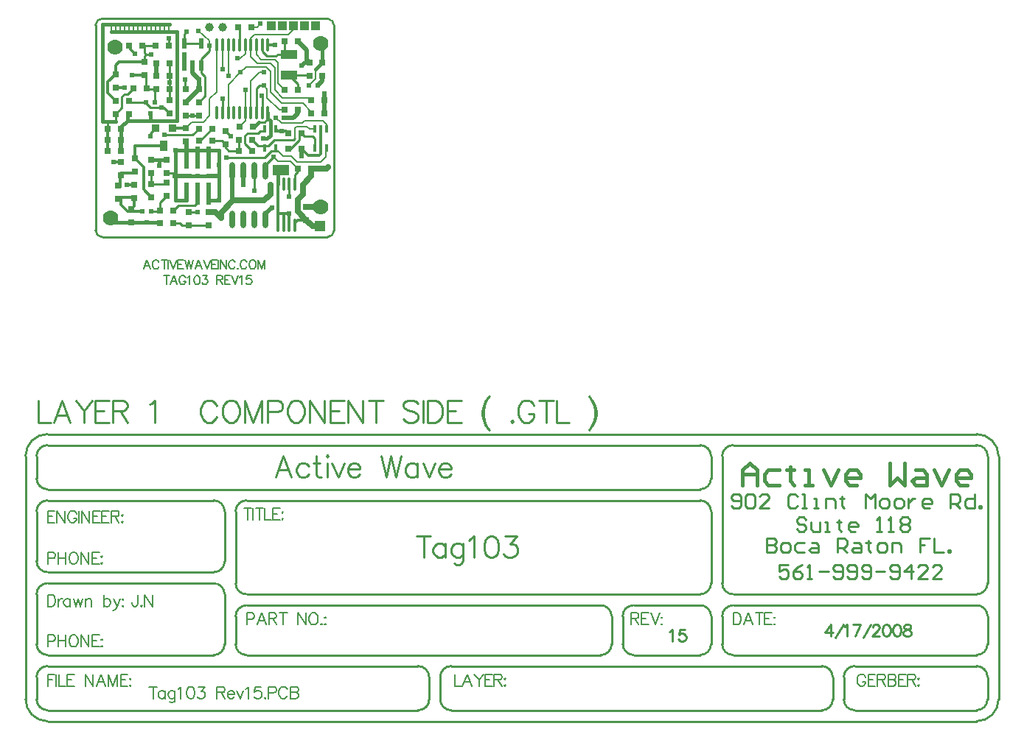
<source format=gtl>
%FSLAX23Y23*%
%MOIN*%
G70*
G01*
G75*
G04 Layer_Physical_Order=1*
G04 Layer_Color=255*
%ADD10R,0.024X0.024*%
%ADD11R,0.014X0.035*%
%ADD12R,0.014X0.035*%
%ADD13R,0.030X0.030*%
%ADD14R,0.030X0.030*%
%ADD15R,0.025X0.030*%
%ADD16R,0.074X0.045*%
%ADD17R,0.020X0.050*%
%ADD18O,0.016X0.060*%
%ADD19O,0.016X0.060*%
%ADD20R,0.024X0.100*%
%ADD21R,0.024X0.090*%
%ADD22R,0.070X0.024*%
%ADD23R,0.090X0.024*%
%ADD24R,0.075X0.043*%
%ADD25R,0.036X0.050*%
%ADD26R,0.036X0.036*%
%ADD27O,0.024X0.080*%
%ADD28C,0.010*%
%ADD29C,0.008*%
%ADD30C,0.020*%
%ADD31C,0.025*%
%ADD32C,0.012*%
%ADD33C,0.015*%
%ADD34C,0.016*%
%ADD35C,0.014*%
%ADD36C,0.026*%
%ADD37C,0.006*%
%ADD38C,0.005*%
%ADD39C,0.009*%
%ADD40C,0.039*%
%ADD41C,0.070*%
%ADD42R,0.050X0.050*%
%ADD43R,0.039X0.043*%
%ADD44C,0.024*%
D10*
X145Y32D02*
D03*
X184D02*
D03*
X165Y-19D02*
D03*
X200Y524D02*
D03*
X181Y473D02*
D03*
X161Y524D02*
D03*
D11*
X976Y403D02*
D03*
D12*
X976Y317D02*
D03*
X924D02*
D03*
X950Y403D02*
D03*
X924D02*
D03*
X723D02*
D03*
X697D02*
D03*
Y317D02*
D03*
X749D02*
D03*
Y403D02*
D03*
D13*
X400Y585D02*
D03*
X340D02*
D03*
X644Y414D02*
D03*
X584D02*
D03*
X864Y384D02*
D03*
X804D02*
D03*
Y314D02*
D03*
X864D02*
D03*
X85Y780D02*
D03*
X145D02*
D03*
X639Y864D02*
D03*
X789Y799D02*
D03*
X849D02*
D03*
X789Y579D02*
D03*
X849D02*
D03*
X640Y355D02*
D03*
X580D02*
D03*
Y305D02*
D03*
X640D02*
D03*
X400Y350D02*
D03*
X460D02*
D03*
Y405D02*
D03*
X400D02*
D03*
X909Y224D02*
D03*
X849D02*
D03*
X48Y354D02*
D03*
Y304D02*
D03*
Y403D02*
D03*
X266Y702D02*
D03*
Y644D02*
D03*
Y584D02*
D03*
X-12Y403D02*
D03*
Y354D02*
D03*
Y304D02*
D03*
X104Y587D02*
D03*
X205Y780D02*
D03*
X164Y587D02*
D03*
X206Y584D02*
D03*
Y702D02*
D03*
Y644D02*
D03*
X283Y33D02*
D03*
X223D02*
D03*
X284Y-24D02*
D03*
X579Y864D02*
D03*
X265Y780D02*
D03*
X909Y534D02*
D03*
X224Y-24D02*
D03*
X969Y534D02*
D03*
Y474D02*
D03*
X909D02*
D03*
D14*
X400Y525D02*
D03*
Y465D02*
D03*
X900Y645D02*
D03*
Y705D02*
D03*
X340Y465D02*
D03*
Y525D02*
D03*
X520Y335D02*
D03*
Y395D02*
D03*
X23Y591D02*
D03*
Y651D02*
D03*
X109Y90D02*
D03*
Y150D02*
D03*
X83Y531D02*
D03*
X266Y474D02*
D03*
X83Y471D02*
D03*
X266Y534D02*
D03*
X23Y471D02*
D03*
Y531D02*
D03*
X153Y706D02*
D03*
Y646D02*
D03*
X885Y52D02*
D03*
X255Y205D02*
D03*
X354Y26D02*
D03*
X959Y645D02*
D03*
X340Y347D02*
D03*
X48Y254D02*
D03*
X95Y40D02*
D03*
X35Y86D02*
D03*
X110Y210D02*
D03*
X35Y146D02*
D03*
X48Y194D02*
D03*
X254Y100D02*
D03*
X354Y-34D02*
D03*
X444D02*
D03*
X110Y270D02*
D03*
X185Y94D02*
D03*
Y205D02*
D03*
Y154D02*
D03*
X254Y160D02*
D03*
X340Y407D02*
D03*
X959Y705D02*
D03*
X255Y265D02*
D03*
X885Y-8D02*
D03*
X95Y-20D02*
D03*
X444Y26D02*
D03*
X185Y265D02*
D03*
D15*
X849Y489D02*
D03*
X789D02*
D03*
D16*
X770Y217D02*
D03*
D17*
X335Y690D02*
D03*
Y790D02*
D03*
X410D02*
D03*
X372Y690D02*
D03*
X410D02*
D03*
D18*
X712Y478D02*
D03*
X558Y785D02*
D03*
X661D02*
D03*
X584Y478D02*
D03*
X610D02*
D03*
X558D02*
D03*
X635Y785D02*
D03*
X661Y478D02*
D03*
X686D02*
D03*
X712Y785D02*
D03*
X482D02*
D03*
X507Y478D02*
D03*
X610Y785D02*
D03*
X584D02*
D03*
X686D02*
D03*
X533D02*
D03*
X507D02*
D03*
X482Y478D02*
D03*
X635D02*
D03*
X533D02*
D03*
D19*
X758Y153D02*
D03*
X784Y-34D02*
D03*
X809D02*
D03*
X758D02*
D03*
X835Y153D02*
D03*
X809D02*
D03*
X835Y-34D02*
D03*
X784Y153D02*
D03*
D20*
X395Y111D02*
D03*
X445D02*
D03*
X444Y274D02*
D03*
X395Y273D02*
D03*
X345D02*
D03*
D21*
Y116D02*
D03*
D22*
X467Y189D02*
D03*
D23*
X325Y189D02*
D03*
D24*
X809Y647D02*
D03*
Y741D02*
D03*
D25*
X242Y327D02*
D03*
D26*
X205Y407D02*
D03*
X280D02*
D03*
D27*
X702Y-6D02*
D03*
X602Y214D02*
D03*
X702D02*
D03*
X652D02*
D03*
X552D02*
D03*
X652Y-6D02*
D03*
X602D02*
D03*
X552D02*
D03*
D28*
X789Y761D02*
X809Y741D01*
X924Y327D02*
Y359D01*
X879Y369D02*
X914D01*
X864Y384D02*
X879Y369D01*
X914D02*
X924Y359D01*
X706Y734D02*
X749D01*
X686Y754D02*
X706Y734D01*
X749D02*
X756Y741D01*
X809D01*
X584Y785D02*
Y859D01*
X579Y864D02*
X584Y859D01*
X255Y205D02*
X293D01*
X686Y478D02*
Y552D01*
X684Y554D02*
X686Y552D01*
X661Y478D02*
Y586D01*
X674Y599D02*
X694D01*
X661Y586D02*
X674Y599D01*
X265Y780D02*
Y812D01*
X400Y525D02*
X428Y553D01*
X520Y393D02*
X544Y369D01*
X520Y393D02*
Y395D01*
X789Y761D02*
Y799D01*
X809Y647D02*
X849Y607D01*
Y579D02*
Y607D01*
X809Y647D02*
X898D01*
X697Y435D02*
X712Y450D01*
X670Y435D02*
X697D01*
X335Y790D02*
X410D01*
X505Y350D02*
X520Y335D01*
X460Y350D02*
X505D01*
X507Y478D02*
Y541D01*
X620Y384D02*
X667D01*
X676Y393D01*
X697Y403D02*
X697Y403D01*
X697Y393D02*
Y403D01*
X676Y393D02*
X697D01*
X609Y373D02*
X620Y384D01*
X609Y336D02*
Y373D01*
X804Y314D02*
X815D01*
X740Y353D02*
X828D01*
X835Y360D01*
X924Y404D02*
X924Y403D01*
X714Y327D02*
X740Y353D01*
X697Y273D02*
X729Y305D01*
X652Y123D02*
X652Y214D01*
X640Y355D02*
X668Y327D01*
X609Y336D02*
X640Y305D01*
X702Y214D02*
Y239D01*
X580Y305D02*
Y355D01*
X534Y305D02*
X580D01*
X520Y319D02*
X534Y305D01*
X520Y319D02*
Y335D01*
X243Y377D02*
X244Y376D01*
X371D01*
X400Y405D01*
X405Y350D02*
X460Y405D01*
X400Y350D02*
X405D01*
X90Y524D02*
X161D01*
X83Y531D02*
X90Y524D01*
X336Y589D02*
Y627D01*
Y589D02*
X340Y585D01*
X23Y438D02*
Y471D01*
X104Y586D02*
Y587D01*
X83Y772D02*
X110Y745D01*
X145Y780D02*
X153Y773D01*
Y646D02*
X161Y638D01*
Y590D02*
Y638D01*
X167Y584D02*
X206D01*
X200Y578D02*
X206Y584D01*
X200Y524D02*
Y578D01*
X161Y519D02*
X181Y499D01*
X241D02*
X266Y474D01*
X161Y519D02*
Y524D01*
X181Y383D02*
X205Y407D01*
X181Y369D02*
Y383D01*
X354Y26D02*
X394D01*
X314Y-24D02*
X324Y-34D01*
X284Y-24D02*
X314D01*
X219Y-19D02*
X224Y-24D01*
X809Y96D02*
Y153D01*
X255Y265D02*
X255Y265D01*
X185Y154D02*
Y205D01*
X248Y154D02*
X254Y160D01*
X185Y154D02*
X248D01*
X223Y69D02*
X254Y100D01*
X395Y72D02*
Y91D01*
X380Y57D02*
X395Y72D01*
X307Y57D02*
X380D01*
X283Y33D02*
X307Y57D01*
X23Y471D02*
X51Y499D01*
Y549D01*
X63Y561D01*
X78D01*
X104Y587D01*
X153Y751D02*
Y773D01*
Y734D02*
X162Y742D01*
X153Y751D02*
X162Y742D01*
X153Y706D02*
Y734D01*
X145Y780D02*
X205D01*
X162Y742D02*
X184D01*
X185Y741D01*
X686Y754D02*
Y785D01*
X524Y273D02*
X697D01*
X702Y239D02*
X739Y276D01*
X410Y658D02*
X428Y640D01*
Y553D02*
Y640D01*
X924Y317D02*
Y327D01*
X854Y374D02*
X864Y384D01*
X854Y353D02*
Y374D01*
X815Y314D02*
X854Y353D01*
X449Y758D02*
Y779D01*
X410Y719D02*
X449Y758D01*
X335Y790D02*
Y834D01*
X345Y845D01*
X835Y196D02*
X849Y210D01*
Y224D01*
X835Y152D02*
Y153D01*
Y196D01*
X324Y-34D02*
X354D01*
X444D01*
X184Y32D02*
X223D01*
Y33D01*
Y69D01*
X293Y205D02*
X295Y207D01*
X83Y772D02*
Y780D01*
Y783D01*
X784Y21D02*
X784Y21D01*
X164Y587D02*
X167Y584D01*
X161Y590D02*
X164Y587D01*
X-12Y386D02*
Y403D01*
Y438D01*
X266Y534D02*
Y584D01*
Y613D01*
Y644D01*
Y702D01*
X181Y499D02*
X232D01*
X241D01*
X410Y658D02*
Y690D01*
Y719D01*
X340Y465D02*
X370D01*
X400D01*
X729Y305D02*
X749D01*
X757D01*
X668Y327D02*
X697D01*
X714D01*
X-325Y-825D02*
Y-925D01*
X-268D01*
X-181D02*
X-219Y-825D01*
X-257Y-925D01*
X-243Y-892D02*
X-195D01*
X-157Y-825D02*
X-119Y-873D01*
Y-925D01*
X-81Y-825D02*
X-119Y-873D01*
X-6Y-825D02*
X-68D01*
Y-925D01*
X-6D01*
X-68Y-873D02*
X-30D01*
X10Y-825D02*
Y-925D01*
Y-825D02*
X53D01*
X67Y-830D01*
X72Y-835D01*
X77Y-844D01*
Y-854D01*
X72Y-863D01*
X67Y-868D01*
X53Y-873D01*
X10D01*
X43D02*
X77Y-925D01*
X178Y-844D02*
X187Y-839D01*
X202Y-825D01*
Y-925D01*
X480Y-849D02*
X475Y-839D01*
X465Y-830D01*
X456Y-825D01*
X437D01*
X427Y-830D01*
X418Y-839D01*
X413Y-849D01*
X408Y-863D01*
Y-887D01*
X413Y-901D01*
X418Y-911D01*
X427Y-920D01*
X437Y-925D01*
X456D01*
X465Y-920D01*
X475Y-911D01*
X480Y-901D01*
X536Y-825D02*
X527Y-830D01*
X517Y-839D01*
X512Y-849D01*
X508Y-863D01*
Y-887D01*
X512Y-901D01*
X517Y-911D01*
X527Y-920D01*
X536Y-925D01*
X555D01*
X565Y-920D01*
X574Y-911D01*
X579Y-901D01*
X584Y-887D01*
Y-863D01*
X579Y-849D01*
X574Y-839D01*
X565Y-830D01*
X555Y-825D01*
X536D01*
X607D02*
Y-925D01*
Y-825D02*
X645Y-925D01*
X683Y-825D02*
X645Y-925D01*
X683Y-825D02*
Y-925D01*
X712Y-877D02*
X755D01*
X769Y-873D01*
X774Y-868D01*
X779Y-858D01*
Y-844D01*
X774Y-835D01*
X769Y-830D01*
X755Y-825D01*
X712D01*
Y-925D01*
X830Y-825D02*
X820Y-830D01*
X810Y-839D01*
X806Y-849D01*
X801Y-863D01*
Y-887D01*
X806Y-901D01*
X810Y-911D01*
X820Y-920D01*
X830Y-925D01*
X849D01*
X858Y-920D01*
X868Y-911D01*
X872Y-901D01*
X877Y-887D01*
Y-863D01*
X872Y-849D01*
X868Y-839D01*
X858Y-830D01*
X849Y-825D01*
X830D01*
X900D02*
Y-925D01*
Y-825D02*
X967Y-925D01*
Y-825D02*
Y-925D01*
X1057Y-825D02*
X995D01*
Y-925D01*
X1057D01*
X995Y-873D02*
X1033D01*
X1073Y-825D02*
Y-925D01*
Y-825D02*
X1140Y-925D01*
Y-825D02*
Y-925D01*
X1201Y-825D02*
Y-925D01*
X1168Y-825D02*
X1234D01*
X1391Y-839D02*
X1382Y-830D01*
X1367Y-825D01*
X1348D01*
X1334Y-830D01*
X1325Y-839D01*
Y-849D01*
X1329Y-858D01*
X1334Y-863D01*
X1344Y-868D01*
X1372Y-877D01*
X1382Y-882D01*
X1387Y-887D01*
X1391Y-896D01*
Y-911D01*
X1382Y-920D01*
X1367Y-925D01*
X1348D01*
X1334Y-920D01*
X1325Y-911D01*
X1414Y-825D02*
Y-925D01*
X1435Y-825D02*
Y-925D01*
Y-825D02*
X1468D01*
X1482Y-830D01*
X1492Y-839D01*
X1497Y-849D01*
X1501Y-863D01*
Y-887D01*
X1497Y-901D01*
X1492Y-911D01*
X1482Y-920D01*
X1468Y-925D01*
X1435D01*
X1586Y-825D02*
X1524D01*
Y-925D01*
X1586D01*
X1524Y-873D02*
X1562D01*
X1714Y-806D02*
X1705Y-816D01*
X1695Y-830D01*
X1686Y-849D01*
X1681Y-873D01*
Y-892D01*
X1686Y-915D01*
X1695Y-935D01*
X1705Y-949D01*
X1714Y-958D01*
X1705Y-816D02*
X1695Y-835D01*
X1690Y-849D01*
X1686Y-873D01*
Y-892D01*
X1690Y-915D01*
X1695Y-930D01*
X1705Y-949D01*
X1816Y-915D02*
X1812Y-920D01*
X1816Y-925D01*
X1821Y-920D01*
X1816Y-915D01*
X1915Y-849D02*
X1910Y-839D01*
X1900Y-830D01*
X1891Y-825D01*
X1872D01*
X1862Y-830D01*
X1853Y-839D01*
X1848Y-849D01*
X1843Y-863D01*
Y-887D01*
X1848Y-901D01*
X1853Y-911D01*
X1862Y-920D01*
X1872Y-925D01*
X1891D01*
X1900Y-920D01*
X1910Y-911D01*
X1915Y-901D01*
Y-887D01*
X1891D02*
X1915D01*
X1971Y-825D02*
Y-925D01*
X1937Y-825D02*
X2004D01*
X2016D02*
Y-925D01*
X2073D01*
X2163Y-806D02*
X2172Y-816D01*
X2182Y-830D01*
X2191Y-849D01*
X2196Y-873D01*
Y-892D01*
X2191Y-915D01*
X2182Y-935D01*
X2172Y-949D01*
X2163Y-958D01*
X2172Y-816D02*
X2182Y-835D01*
X2186Y-849D01*
X2191Y-873D01*
Y-892D01*
X2186Y-915D01*
X2182Y-930D01*
X2172Y-949D01*
X-37Y903D02*
G03*
X-67Y873I0J-30D01*
G01*
X1011D02*
G03*
X981Y903I-30J0D01*
G01*
Y-86D02*
G03*
X1011Y-56I0J30D01*
G01*
X-67D02*
G03*
X-37Y-86I30J0D01*
G01*
X-67Y-56D02*
Y873D01*
X-37Y903D02*
X981D01*
X1011Y-56D02*
Y873D01*
X-37Y-86D02*
X981D01*
X3966Y-1802D02*
G03*
X3917Y-1753I-49J0D01*
G01*
X2816D02*
G03*
X2766Y-1803I0J-50D01*
G01*
X3916Y-1703D02*
G03*
X3966Y-1653I0J50D01*
G01*
X2766D02*
G03*
X2816Y-1703I50J0D01*
G01*
X-284Y-978D02*
G03*
X-384Y-1078I0J-100D01*
G01*
Y-2177D02*
G03*
X-285Y-2278I101J0D01*
G01*
X3916Y-2278D02*
G03*
X4016Y-2178I0J100D01*
G01*
Y-1078D02*
G03*
X3916Y-978I-100J0D01*
G01*
X3966Y-1077D02*
G03*
X3915Y-1028I-49J0D01*
G01*
X3916Y-1978D02*
G03*
X3966Y-1928I0J50D01*
G01*
X3966Y-2077D02*
G03*
X3916Y-2028I-50J-1D01*
G01*
Y-2228D02*
G03*
X3966Y-2178I0J50D01*
G01*
X2666Y-1978D02*
G03*
X2716Y-1928I0J50D01*
G01*
X2766Y-1929D02*
G03*
X2816Y-1978I49J0D01*
G01*
X2716Y-1802D02*
G03*
X2667Y-1753I-49J0D01*
G01*
X-334Y-2178D02*
G03*
X-285Y-2228I50J0D01*
G01*
X2667Y-1703D02*
G03*
X2716Y-1653I-1J50D01*
G01*
X-284Y-2028D02*
G03*
X-334Y-2078I0J-50D01*
G01*
X2716Y-1328D02*
G03*
X2666Y-1278I-50J0D01*
G01*
Y-1228D02*
G03*
X2716Y-1178I0J50D01*
G01*
X2816Y-1028D02*
G03*
X2766Y-1078I0J-50D01*
G01*
X2716D02*
G03*
X2666Y-1028I-50J0D01*
G01*
X-284D02*
G03*
X-334Y-1078I0J-50D01*
G01*
Y-1178D02*
G03*
X-284Y-1228I50J0D01*
G01*
Y-1278D02*
G03*
X-334Y-1328I0J-50D01*
G01*
Y-1553D02*
G03*
X-284Y-1603I50J0D01*
G01*
Y-1653D02*
G03*
X-334Y-1703I0J-50D01*
G01*
Y-1928D02*
G03*
X-285Y-1978I50J0D01*
G01*
X616Y-1278D02*
G03*
X566Y-1328I0J-50D01*
G01*
X616Y-1753D02*
G03*
X566Y-1803I0J-50D01*
G01*
X2364Y-1753D02*
G03*
X2316Y-1804I0J-48D01*
G01*
X2316Y-1927D02*
G03*
X2366Y-1978I51J0D01*
G01*
X2217Y-1978D02*
G03*
X2266Y-1928I0J49D01*
G01*
X2266Y-1802D02*
G03*
X2217Y-1753I-49J0D01*
G01*
X467Y-1978D02*
G03*
X516Y-1929I0J49D01*
G01*
X566D02*
G03*
X615Y-1978I49J0D01*
G01*
X566Y-1654D02*
G03*
X615Y-1703I49J0D01*
G01*
X516Y-1702D02*
G03*
X465Y-1653I-49J0D01*
G01*
X468Y-1603D02*
G03*
X516Y-1555I0J48D01*
G01*
Y-1327D02*
G03*
X467Y-1278I-49J0D01*
G01*
X3366Y-2028D02*
G03*
X3316Y-2078I0J-50D01*
G01*
Y-2179D02*
G03*
X3366Y-2228I49J0D01*
G01*
X3217Y-2228D02*
G03*
X3266Y-2179I1J48D01*
G01*
X3266Y-2078D02*
G03*
X3216Y-2028I-50J0D01*
G01*
X1491Y-2178D02*
G03*
X1540Y-2228I50J0D01*
G01*
X1541Y-2028D02*
G03*
X1491Y-2078I0J-50D01*
G01*
X1392Y-2228D02*
G03*
X1441Y-2179I1J48D01*
G01*
X1441Y-2078D02*
G03*
X1391Y-2028I-50J0D01*
G01*
X3966Y-1928D02*
Y-1802D01*
X2766Y-1928D02*
Y-1803D01*
X3966Y-1653D02*
Y-1078D01*
X2766Y-1653D02*
Y-1078D01*
X-384Y-2178D02*
Y-1078D01*
X-334Y-2178D02*
Y-2078D01*
X3966Y-2178D02*
Y-2078D01*
X2716Y-1928D02*
Y-1803D01*
X2316Y-1928D02*
Y-1803D01*
X566Y-1928D02*
Y-1803D01*
X2266Y-1928D02*
Y-1803D01*
X566Y-1653D02*
Y-1328D01*
X2716Y-1653D02*
Y-1328D01*
Y-1178D02*
Y-1078D01*
X-334Y-1178D02*
Y-1078D01*
X516Y-1553D02*
Y-1328D01*
X-334Y-1553D02*
Y-1328D01*
X516Y-1928D02*
Y-1703D01*
X-334Y-1928D02*
Y-1703D01*
X4016Y-2178D02*
Y-1078D01*
X3316Y-2178D02*
Y-2078D01*
X3266Y-2178D02*
Y-2078D01*
X1491Y-2178D02*
Y-2078D01*
X1441Y-2178D02*
Y-2078D01*
X2816Y-1753D02*
X3916D01*
X2816Y-1703D02*
X3916D01*
X616D02*
X2666D01*
X2816Y-1028D02*
X3916D01*
X2816Y-1978D02*
X3916D01*
X2366Y-1753D02*
X2666D01*
X2366Y-1978D02*
X2666D01*
X616D02*
X2216D01*
X616Y-1753D02*
X2216D01*
X616Y-1278D02*
X2666D01*
X-284Y-1228D02*
X2666D01*
X-284Y-1278D02*
X466D01*
X-284Y-1603D02*
X466D01*
X-284Y-1653D02*
X466D01*
X-284Y-1978D02*
X466D01*
X-284Y-978D02*
X3916D01*
X-284Y-2278D02*
X3916D01*
X-284Y-1028D02*
X2666D01*
X3366Y-2028D02*
X3916D01*
X3366Y-2228D02*
X3916D01*
X1541Y-2028D02*
X3216D01*
X-284D02*
X1391D01*
X-284Y-2228D02*
X1391D01*
X1541D02*
X3216D01*
X3145Y-1365D02*
X3135Y-1354D01*
X3113D01*
X3103Y-1365D01*
Y-1375D01*
X3113Y-1386D01*
X3135D01*
X3145Y-1397D01*
Y-1407D01*
X3135Y-1418D01*
X3113D01*
X3103Y-1407D01*
X3167Y-1375D02*
Y-1407D01*
X3177Y-1418D01*
X3209D01*
Y-1375D01*
X3230Y-1418D02*
X3252D01*
X3241D01*
Y-1375D01*
X3230D01*
X3294Y-1365D02*
Y-1375D01*
X3284D01*
X3305D01*
X3294D01*
Y-1407D01*
X3305Y-1418D01*
X3369D02*
X3348D01*
X3337Y-1407D01*
Y-1386D01*
X3348Y-1375D01*
X3369D01*
X3380Y-1386D01*
Y-1397D01*
X3337D01*
X3465Y-1418D02*
X3486D01*
X3476D01*
Y-1354D01*
X3465Y-1365D01*
X3518Y-1418D02*
X3540D01*
X3529D01*
Y-1354D01*
X3518Y-1365D01*
X3572D02*
X3582Y-1354D01*
X3604D01*
X3614Y-1365D01*
Y-1375D01*
X3604Y-1386D01*
X3614Y-1397D01*
Y-1407D01*
X3604Y-1418D01*
X3582D01*
X3572Y-1407D01*
Y-1397D01*
X3582Y-1386D01*
X3572Y-1375D01*
Y-1365D01*
X3582Y-1386D02*
X3604D01*
X3065Y-1569D02*
X3023D01*
Y-1601D01*
X3044Y-1590D01*
X3055D01*
X3065Y-1601D01*
Y-1622D01*
X3055Y-1633D01*
X3033D01*
X3023Y-1622D01*
X3129Y-1569D02*
X3108Y-1580D01*
X3087Y-1601D01*
Y-1622D01*
X3097Y-1633D01*
X3118D01*
X3129Y-1622D01*
Y-1612D01*
X3118Y-1601D01*
X3087D01*
X3150Y-1633D02*
X3172D01*
X3161D01*
Y-1569D01*
X3150Y-1580D01*
X3204Y-1601D02*
X3246D01*
X3268Y-1622D02*
X3278Y-1633D01*
X3300D01*
X3310Y-1622D01*
Y-1580D01*
X3300Y-1569D01*
X3278D01*
X3268Y-1580D01*
Y-1590D01*
X3278Y-1601D01*
X3310D01*
X3332Y-1622D02*
X3342Y-1633D01*
X3364D01*
X3374Y-1622D01*
Y-1580D01*
X3364Y-1569D01*
X3342D01*
X3332Y-1580D01*
Y-1590D01*
X3342Y-1601D01*
X3374D01*
X3396Y-1622D02*
X3406Y-1633D01*
X3428D01*
X3438Y-1622D01*
Y-1580D01*
X3428Y-1569D01*
X3406D01*
X3396Y-1580D01*
Y-1590D01*
X3406Y-1601D01*
X3438D01*
X3460D02*
X3502D01*
X3524Y-1622D02*
X3534Y-1633D01*
X3556D01*
X3566Y-1622D01*
Y-1580D01*
X3556Y-1569D01*
X3534D01*
X3524Y-1580D01*
Y-1590D01*
X3534Y-1601D01*
X3566D01*
X3620Y-1633D02*
Y-1569D01*
X3588Y-1601D01*
X3630D01*
X3694Y-1633D02*
X3652D01*
X3694Y-1590D01*
Y-1580D01*
X3684Y-1569D01*
X3662D01*
X3652Y-1580D01*
X3758Y-1633D02*
X3716D01*
X3758Y-1590D01*
Y-1580D01*
X3748Y-1569D01*
X3726D01*
X3716Y-1580D01*
X2808Y-1302D02*
X2818Y-1313D01*
X2840D01*
X2850Y-1302D01*
Y-1260D01*
X2840Y-1249D01*
X2818D01*
X2808Y-1260D01*
Y-1270D01*
X2818Y-1281D01*
X2850D01*
X2872Y-1260D02*
X2882Y-1249D01*
X2903D01*
X2914Y-1260D01*
Y-1302D01*
X2903Y-1313D01*
X2882D01*
X2872Y-1302D01*
Y-1260D01*
X2978Y-1313D02*
X2935D01*
X2978Y-1270D01*
Y-1260D01*
X2967Y-1249D01*
X2946D01*
X2935Y-1260D01*
X3106D02*
X3095Y-1249D01*
X3074D01*
X3063Y-1260D01*
Y-1302D01*
X3074Y-1313D01*
X3095D01*
X3106Y-1302D01*
X3127Y-1313D02*
X3149D01*
X3138D01*
Y-1249D01*
X3127D01*
X3181Y-1313D02*
X3202D01*
X3191D01*
Y-1270D01*
X3181D01*
X3234Y-1313D02*
Y-1270D01*
X3266D01*
X3277Y-1281D01*
Y-1313D01*
X3309Y-1260D02*
Y-1270D01*
X3298D01*
X3319D01*
X3309D01*
Y-1302D01*
X3319Y-1313D01*
X3415D02*
Y-1249D01*
X3437Y-1270D01*
X3458Y-1249D01*
Y-1313D01*
X3490D02*
X3511D01*
X3522Y-1302D01*
Y-1281D01*
X3511Y-1270D01*
X3490D01*
X3479Y-1281D01*
Y-1302D01*
X3490Y-1313D01*
X3554D02*
X3575D01*
X3586Y-1302D01*
Y-1281D01*
X3575Y-1270D01*
X3554D01*
X3543Y-1281D01*
Y-1302D01*
X3554Y-1313D01*
X3607Y-1270D02*
Y-1313D01*
Y-1292D01*
X3618Y-1281D01*
X3629Y-1270D01*
X3639D01*
X3703Y-1313D02*
X3682D01*
X3671Y-1302D01*
Y-1281D01*
X3682Y-1270D01*
X3703D01*
X3714Y-1281D01*
Y-1292D01*
X3671D01*
X3799Y-1313D02*
Y-1249D01*
X3831D01*
X3842Y-1260D01*
Y-1281D01*
X3831Y-1292D01*
X3799D01*
X3821D02*
X3842Y-1313D01*
X3906Y-1249D02*
Y-1313D01*
X3874D01*
X3863Y-1302D01*
Y-1281D01*
X3874Y-1270D01*
X3906D01*
X3927Y-1313D02*
Y-1302D01*
X3938D01*
Y-1313D01*
X3927D01*
X2968Y-1449D02*
Y-1513D01*
X3000D01*
X3010Y-1502D01*
Y-1492D01*
X3000Y-1481D01*
X2968D01*
X3000D01*
X3010Y-1470D01*
Y-1460D01*
X3000Y-1449D01*
X2968D01*
X3042Y-1513D02*
X3063D01*
X3074Y-1502D01*
Y-1481D01*
X3063Y-1470D01*
X3042D01*
X3032Y-1481D01*
Y-1502D01*
X3042Y-1513D01*
X3138Y-1470D02*
X3106D01*
X3095Y-1481D01*
Y-1502D01*
X3106Y-1513D01*
X3138D01*
X3170Y-1470D02*
X3191D01*
X3202Y-1481D01*
Y-1513D01*
X3170D01*
X3159Y-1502D01*
X3170Y-1492D01*
X3202D01*
X3287Y-1513D02*
Y-1449D01*
X3319D01*
X3330Y-1460D01*
Y-1481D01*
X3319Y-1492D01*
X3287D01*
X3309D02*
X3330Y-1513D01*
X3362Y-1470D02*
X3383D01*
X3394Y-1481D01*
Y-1513D01*
X3362D01*
X3351Y-1502D01*
X3362Y-1492D01*
X3394D01*
X3426Y-1460D02*
Y-1470D01*
X3415D01*
X3437D01*
X3426D01*
Y-1502D01*
X3437Y-1513D01*
X3479D02*
X3501D01*
X3511Y-1502D01*
Y-1481D01*
X3501Y-1470D01*
X3479D01*
X3469Y-1481D01*
Y-1502D01*
X3479Y-1513D01*
X3533D02*
Y-1470D01*
X3565D01*
X3575Y-1481D01*
Y-1513D01*
X3703Y-1449D02*
X3661D01*
Y-1481D01*
X3682D01*
X3661D01*
Y-1513D01*
X3725Y-1449D02*
Y-1513D01*
X3767D01*
X3789D02*
Y-1502D01*
X3799D01*
Y-1513D01*
X3789D01*
D29*
X674Y659D02*
X694D01*
X635Y620D02*
X674Y659D01*
X635Y478D02*
Y620D01*
X533Y478D02*
Y604D01*
X613Y684D02*
X704D01*
X757Y258D02*
X815D01*
X849Y224D01*
X781Y280D02*
X819D01*
Y279D02*
X844Y254D01*
X974Y315D02*
X976Y317D01*
X974Y276D02*
Y315D01*
X952Y254D02*
X974Y276D01*
X804Y829D02*
X829Y854D01*
Y869D01*
X650Y829D02*
X804D01*
X635Y814D02*
X650Y829D01*
X574Y724D02*
X589D01*
X610Y745D01*
Y785D01*
X507Y676D02*
Y785D01*
Y676D02*
X509Y674D01*
X844Y254D02*
X952D01*
X724Y569D02*
Y664D01*
X704Y684D02*
X724Y664D01*
X724Y699D02*
X744Y679D01*
X635Y729D02*
X665Y699D01*
X665D02*
X724D01*
X759Y609D02*
Y704D01*
X682Y718D02*
X745D01*
X661Y739D02*
X682Y718D01*
X745D02*
X759Y704D01*
X661Y739D02*
Y785D01*
X709Y544D02*
X764Y489D01*
X789D01*
X899Y544D02*
X909Y534D01*
X779Y544D02*
X899D01*
X744Y579D02*
X779Y544D01*
X744Y579D02*
Y679D01*
X759Y609D02*
X789Y579D01*
X724Y569D02*
X774Y519D01*
X871D01*
X909Y481D01*
Y474D02*
Y481D01*
X879Y439D02*
X962D01*
X869Y429D02*
X879Y439D01*
X774Y429D02*
X869D01*
X639Y864D02*
X664D01*
X679Y879D01*
X584Y414D02*
X610Y440D01*
X749Y454D02*
X774Y429D01*
X694Y599D02*
X709Y584D01*
Y544D02*
Y584D01*
X482Y572D02*
Y785D01*
X449Y539D02*
X482Y572D01*
X449Y464D02*
Y539D01*
X899Y599D02*
X929Y629D01*
X420Y435D02*
X449Y464D01*
X841Y414D02*
X889D01*
X900Y403D01*
X924D01*
X962Y439D02*
X976Y425D01*
X340Y407D02*
X368Y435D01*
X420D01*
X835Y360D02*
Y408D01*
X841Y414D01*
X757Y305D02*
X781Y280D01*
X739Y276D02*
X757Y258D01*
X976Y403D02*
Y425D01*
X929Y629D02*
Y675D01*
X449Y779D02*
Y805D01*
X398Y846D02*
X449Y805D01*
X533Y645D02*
X534Y644D01*
X533Y645D02*
Y785D01*
X635Y729D02*
Y785D01*
Y814D01*
X610Y440D02*
Y478D01*
Y579D01*
X533Y604D02*
X588Y659D01*
X588Y660D01*
X613Y684D01*
X588Y659D02*
X589D01*
X124Y-1706D02*
Y-1747D01*
X122Y-1754D01*
X119Y-1757D01*
X114Y-1759D01*
X109D01*
X104Y-1757D01*
X101Y-1754D01*
X99Y-1747D01*
Y-1741D01*
X141Y-1754D02*
X138Y-1757D01*
X141Y-1759D01*
X143Y-1757D01*
X141Y-1754D01*
X155Y-1706D02*
Y-1759D01*
Y-1706D02*
X190Y-1759D01*
Y-1706D02*
Y-1759D01*
D30*
X864Y279D02*
Y314D01*
X829Y454D02*
X849Y474D01*
X784Y454D02*
X829D01*
X849Y474D02*
Y489D01*
X345Y82D02*
Y116D01*
X445Y82D02*
Y111D01*
X395Y273D02*
Y306D01*
X340Y347D02*
X345Y342D01*
X335Y690D02*
Y741D01*
X602Y152D02*
X602Y152D01*
Y214D01*
X702Y-6D02*
Y19D01*
X730Y47D01*
X864Y689D02*
X880Y705D01*
X900D01*
X889Y716D02*
Y759D01*
Y716D02*
X900Y705D01*
X849Y799D02*
X889Y759D01*
X937Y599D02*
X959Y621D01*
Y645D01*
X372Y656D02*
Y690D01*
X400Y585D02*
Y626D01*
X372Y656D02*
X401Y627D01*
X340Y525D02*
X400Y585D01*
X552Y81D02*
X554Y79D01*
X48Y304D02*
Y354D01*
X552Y81D02*
Y139D01*
Y214D01*
X969Y474D02*
Y534D01*
Y564D01*
X345Y273D02*
Y307D01*
Y342D01*
X444Y273D02*
Y274D01*
Y307D01*
X206Y644D02*
Y674D01*
Y702D01*
D31*
X872Y152D02*
X909Y189D01*
Y224D01*
X979D02*
X984Y229D01*
X909Y224D02*
X979D01*
X848Y29D02*
Y83D01*
X872Y107D01*
Y152D01*
X695Y79D02*
X724Y108D01*
Y152D01*
X913Y-36D02*
X948D01*
X444Y26D02*
X475D01*
X500Y1D01*
Y25D01*
X554Y79D01*
X695D01*
X885Y-8D02*
X913Y-36D01*
X848Y29D02*
X885Y-8D01*
D32*
X809Y-34D02*
Y21D01*
X784Y-34D02*
Y21D01*
X758Y-34D02*
Y21D01*
X847Y-8D02*
X885D01*
X835Y-20D02*
X847Y-8D01*
X835Y-34D02*
Y-20D01*
X749Y403D02*
X759Y393D01*
X795D02*
X804Y384D01*
X712Y785D02*
X743D01*
X943Y285D02*
X950Y292D01*
Y403D01*
X893Y285D02*
X943D01*
X758Y21D02*
Y153D01*
X864Y314D02*
X893Y285D01*
X95Y40D02*
X109Y54D01*
Y90D01*
X280Y407D02*
X340D01*
X47Y62D02*
X77Y32D01*
X104Y95D02*
X109Y90D01*
X47Y95D02*
X104D01*
X75Y150D02*
X109D01*
X104Y204D02*
X110Y210D01*
Y270D02*
X150Y230D01*
Y129D02*
Y230D01*
Y129D02*
X185Y94D01*
X110Y270D02*
Y327D01*
X242D01*
X759Y393D02*
X773D01*
X795D01*
X44Y139D02*
Y146D01*
Y194D01*
Y198D01*
X48Y204D02*
X104D01*
X77Y32D02*
X95D01*
X145D01*
X47Y62D02*
Y86D01*
Y95D01*
X13Y253D02*
X48D01*
X758Y21D02*
X784D01*
X809D01*
D33*
X650Y414D02*
X670Y435D01*
X644Y414D02*
X650D01*
X0Y0D02*
X19Y-19D01*
X712Y450D02*
X723Y439D01*
X712Y450D02*
Y478D01*
X400Y626D02*
X401Y627D01*
X959Y705D02*
Y779D01*
X690Y360D02*
X708D01*
X723Y375D01*
X929Y675D02*
X959Y705D01*
X185Y265D02*
X220D01*
X255D01*
X220Y236D02*
Y265D01*
X19Y-19D02*
X95D01*
X165D01*
X219D01*
X950Y789D02*
X959Y779D01*
X949Y789D02*
X950Y789D01*
X295Y82D02*
X345D01*
X295D02*
Y189D01*
Y207D01*
Y307D01*
X313Y189D02*
X325D01*
X395D01*
X467D01*
X475D01*
X445Y82D02*
X490D01*
Y189D01*
Y240D01*
Y307D01*
X295D02*
X345D01*
X395D01*
X444D01*
X490D01*
X723Y375D02*
Y403D01*
Y439D01*
X2858Y-1208D02*
Y-1141D01*
X2891Y-1108D01*
X2924Y-1141D01*
Y-1208D01*
Y-1158D01*
X2858D01*
X3024Y-1141D02*
X2974D01*
X2957Y-1158D01*
Y-1191D01*
X2974Y-1208D01*
X3024D01*
X3074Y-1125D02*
Y-1141D01*
X3057D01*
X3091D01*
X3074D01*
Y-1191D01*
X3091Y-1208D01*
X3141D02*
X3174D01*
X3157D01*
Y-1141D01*
X3141D01*
X3224D02*
X3257Y-1208D01*
X3291Y-1141D01*
X3374Y-1208D02*
X3341D01*
X3324Y-1191D01*
Y-1158D01*
X3341Y-1141D01*
X3374D01*
X3391Y-1158D01*
Y-1175D01*
X3324D01*
X3524Y-1108D02*
Y-1208D01*
X3557Y-1175D01*
X3591Y-1208D01*
Y-1108D01*
X3641Y-1141D02*
X3674D01*
X3691Y-1158D01*
Y-1208D01*
X3641D01*
X3624Y-1191D01*
X3641Y-1175D01*
X3691D01*
X3724Y-1141D02*
X3757Y-1208D01*
X3791Y-1141D01*
X3874Y-1208D02*
X3841D01*
X3824Y-1191D01*
Y-1158D01*
X3841Y-1141D01*
X3874D01*
X3891Y-1158D01*
Y-1175D01*
X3824D01*
D34*
X300Y441D02*
Y844D01*
X758Y153D02*
Y217D01*
X770D01*
X-37Y438D02*
Y877D01*
X48Y413D02*
X77Y442D01*
X181Y473D02*
X182Y472D01*
X77Y442D02*
Y465D01*
X83Y471D01*
X-37Y438D02*
X-12D01*
X23D01*
X-37Y877D02*
X4D01*
X24D01*
X44D01*
X64D01*
X84D01*
X104D01*
X124D01*
X144D01*
X164D01*
X184D01*
X204D01*
X224D01*
X244D01*
X264D01*
X267D01*
X4Y844D02*
X24D01*
X44D01*
X64D01*
X84D01*
X104D01*
X124D01*
X144D01*
X164D01*
X184D01*
X204D01*
X224D01*
X244D01*
X264D01*
X300D01*
X77Y442D02*
X182D01*
X296D01*
X182D02*
Y472D01*
X48Y354D02*
Y403D01*
Y413D01*
D35*
X23Y591D02*
X65D01*
X38Y706D02*
X153D01*
X23Y691D02*
X38Y706D01*
X23Y651D02*
Y691D01*
X-12Y616D02*
X23Y651D01*
X-12Y566D02*
Y616D01*
Y566D02*
X23Y531D01*
X98Y646D02*
X153D01*
X-12Y304D02*
Y354D01*
Y403D01*
D36*
X885Y52D02*
X947D01*
X950Y49D01*
D37*
X4Y844D02*
Y877D01*
X44Y844D02*
Y877D01*
X24Y844D02*
Y877D01*
X64Y844D02*
Y877D01*
X144Y844D02*
Y877D01*
X164Y844D02*
Y877D01*
X84Y844D02*
Y877D01*
X124Y844D02*
Y877D01*
X104Y844D02*
Y877D01*
X244Y844D02*
Y877D01*
X264Y844D02*
Y877D01*
X184Y844D02*
Y877D01*
X224Y844D02*
Y877D01*
X204Y844D02*
Y877D01*
X180Y-230D02*
X165Y-190D01*
X150Y-230D01*
X156Y-217D02*
X175D01*
X218Y-200D02*
X216Y-196D01*
X213Y-192D01*
X209Y-190D01*
X201D01*
X197Y-192D01*
X194Y-196D01*
X192Y-200D01*
X190Y-205D01*
Y-215D01*
X192Y-220D01*
X194Y-224D01*
X197Y-228D01*
X201Y-230D01*
X209D01*
X213Y-228D01*
X216Y-224D01*
X218Y-220D01*
X243Y-190D02*
Y-230D01*
X230Y-190D02*
X256D01*
X261D02*
Y-230D01*
X269Y-190D02*
X285Y-230D01*
X300Y-190D02*
X285Y-230D01*
X330Y-190D02*
X305D01*
Y-230D01*
X330D01*
X305Y-209D02*
X320D01*
X336Y-190D02*
X346Y-230D01*
X355Y-190D02*
X346Y-230D01*
X355Y-190D02*
X365Y-230D01*
X375Y-190D02*
X365Y-230D01*
X413D02*
X398Y-190D01*
X383Y-230D01*
X388Y-217D02*
X407D01*
X422Y-190D02*
X438Y-230D01*
X453Y-190D02*
X438Y-230D01*
X483Y-190D02*
X458D01*
Y-230D01*
X483D01*
X458Y-209D02*
X473D01*
X489Y-190D02*
Y-230D01*
X498Y-190D02*
Y-230D01*
Y-190D02*
X524Y-230D01*
Y-190D02*
Y-230D01*
X564Y-200D02*
X562Y-196D01*
X558Y-192D01*
X554Y-190D01*
X547D01*
X543Y-192D01*
X539Y-196D01*
X537Y-200D01*
X535Y-205D01*
Y-215D01*
X537Y-220D01*
X539Y-224D01*
X543Y-228D01*
X547Y-230D01*
X554D01*
X558Y-228D01*
X562Y-224D01*
X564Y-220D01*
X577Y-226D02*
X575Y-228D01*
X577Y-230D01*
X579Y-228D01*
X577Y-226D01*
X616Y-200D02*
X614Y-196D01*
X611Y-192D01*
X607Y-190D01*
X599D01*
X595Y-192D01*
X592Y-196D01*
X590Y-200D01*
X588Y-205D01*
Y-215D01*
X590Y-220D01*
X592Y-224D01*
X595Y-228D01*
X599Y-230D01*
X607D01*
X611Y-228D01*
X614Y-224D01*
X616Y-220D01*
X639Y-190D02*
X635Y-192D01*
X631Y-196D01*
X630Y-200D01*
X628Y-205D01*
Y-215D01*
X630Y-220D01*
X631Y-224D01*
X635Y-228D01*
X639Y-230D01*
X647D01*
X650Y-228D01*
X654Y-224D01*
X656Y-220D01*
X658Y-215D01*
Y-205D01*
X656Y-200D01*
X654Y-196D01*
X650Y-192D01*
X647Y-190D01*
X639D01*
X667D02*
Y-230D01*
Y-190D02*
X683Y-230D01*
X698Y-190D02*
X683Y-230D01*
X698Y-190D02*
Y-230D01*
X253Y-260D02*
Y-300D01*
X240Y-260D02*
X267D01*
X302Y-300D02*
X287Y-260D01*
X271Y-300D01*
X277Y-287D02*
X296D01*
X340Y-270D02*
X338Y-266D01*
X334Y-262D01*
X330Y-260D01*
X323D01*
X319Y-262D01*
X315Y-266D01*
X313Y-270D01*
X311Y-275D01*
Y-285D01*
X313Y-290D01*
X315Y-294D01*
X319Y-298D01*
X323Y-300D01*
X330D01*
X334Y-298D01*
X338Y-294D01*
X340Y-290D01*
Y-285D01*
X330D02*
X340D01*
X349Y-268D02*
X353Y-266D01*
X358Y-260D01*
Y-300D01*
X390Y-260D02*
X384Y-262D01*
X380Y-268D01*
X378Y-277D01*
Y-283D01*
X380Y-292D01*
X384Y-298D01*
X390Y-300D01*
X393D01*
X399Y-298D01*
X403Y-292D01*
X405Y-283D01*
Y-277D01*
X403Y-268D01*
X399Y-262D01*
X393Y-260D01*
X390D01*
X418D02*
X439D01*
X427Y-275D01*
X433D01*
X437Y-277D01*
X439Y-279D01*
X441Y-285D01*
Y-289D01*
X439Y-294D01*
X435Y-298D01*
X429Y-300D01*
X423D01*
X418Y-298D01*
X416Y-296D01*
X414Y-292D01*
X481Y-260D02*
Y-300D01*
Y-260D02*
X498D01*
X504Y-262D01*
X506Y-264D01*
X508Y-268D01*
Y-271D01*
X506Y-275D01*
X504Y-277D01*
X498Y-279D01*
X481D01*
X494D02*
X508Y-300D01*
X541Y-260D02*
X517D01*
Y-300D01*
X541D01*
X517Y-279D02*
X532D01*
X548Y-260D02*
X563Y-300D01*
X578Y-260D02*
X563Y-300D01*
X584Y-268D02*
X587Y-266D01*
X593Y-260D01*
Y-300D01*
X636Y-260D02*
X617D01*
X615Y-277D01*
X617Y-275D01*
X622Y-273D01*
X628D01*
X634Y-275D01*
X638Y-279D01*
X640Y-285D01*
Y-289D01*
X638Y-294D01*
X634Y-298D01*
X628Y-300D01*
X622D01*
X617Y-298D01*
X615Y-296D01*
X613Y-292D01*
D38*
X193Y-2122D02*
Y-2175D01*
X175Y-2122D02*
X211D01*
X247Y-2139D02*
Y-2175D01*
Y-2147D02*
X242Y-2142D01*
X237Y-2139D01*
X230D01*
X225Y-2142D01*
X219Y-2147D01*
X217Y-2155D01*
Y-2160D01*
X219Y-2167D01*
X225Y-2172D01*
X230Y-2175D01*
X237D01*
X242Y-2172D01*
X247Y-2167D01*
X292Y-2139D02*
Y-2180D01*
X290Y-2188D01*
X287Y-2190D01*
X282Y-2193D01*
X274D01*
X269Y-2190D01*
X292Y-2147D02*
X287Y-2142D01*
X282Y-2139D01*
X274D01*
X269Y-2142D01*
X264Y-2147D01*
X262Y-2155D01*
Y-2160D01*
X264Y-2167D01*
X269Y-2172D01*
X274Y-2175D01*
X282D01*
X287Y-2172D01*
X292Y-2167D01*
X306Y-2132D02*
X311Y-2129D01*
X319Y-2122D01*
Y-2175D01*
X361Y-2122D02*
X353Y-2124D01*
X348Y-2132D01*
X345Y-2145D01*
Y-2152D01*
X348Y-2165D01*
X353Y-2172D01*
X361Y-2175D01*
X366D01*
X373Y-2172D01*
X378Y-2165D01*
X381Y-2152D01*
Y-2145D01*
X378Y-2132D01*
X373Y-2124D01*
X366Y-2122D01*
X361D01*
X398D02*
X426D01*
X411Y-2142D01*
X418D01*
X423Y-2145D01*
X426Y-2147D01*
X428Y-2155D01*
Y-2160D01*
X426Y-2167D01*
X421Y-2172D01*
X413Y-2175D01*
X406D01*
X398Y-2172D01*
X395Y-2170D01*
X393Y-2165D01*
X482Y-2122D02*
Y-2175D01*
Y-2122D02*
X505D01*
X513Y-2124D01*
X515Y-2127D01*
X518Y-2132D01*
Y-2137D01*
X515Y-2142D01*
X513Y-2145D01*
X505Y-2147D01*
X482D01*
X500D02*
X518Y-2175D01*
X530Y-2155D02*
X560D01*
Y-2150D01*
X558Y-2145D01*
X555Y-2142D01*
X550Y-2139D01*
X542D01*
X537Y-2142D01*
X532Y-2147D01*
X530Y-2155D01*
Y-2160D01*
X532Y-2167D01*
X537Y-2172D01*
X542Y-2175D01*
X550D01*
X555Y-2172D01*
X560Y-2167D01*
X572Y-2139D02*
X587Y-2175D01*
X602Y-2139D02*
X587Y-2175D01*
X611Y-2132D02*
X616Y-2129D01*
X623Y-2122D01*
Y-2175D01*
X680Y-2122D02*
X655D01*
X652Y-2145D01*
X655Y-2142D01*
X663Y-2139D01*
X670D01*
X678Y-2142D01*
X683Y-2147D01*
X685Y-2155D01*
Y-2160D01*
X683Y-2167D01*
X678Y-2172D01*
X670Y-2175D01*
X663D01*
X655Y-2172D01*
X652Y-2170D01*
X650Y-2165D01*
X700Y-2170D02*
X697Y-2172D01*
X700Y-2175D01*
X702Y-2172D01*
X700Y-2170D01*
X714Y-2150D02*
X737D01*
X745Y-2147D01*
X747Y-2145D01*
X750Y-2139D01*
Y-2132D01*
X747Y-2127D01*
X745Y-2124D01*
X737Y-2122D01*
X714D01*
Y-2175D01*
X800Y-2134D02*
X797Y-2129D01*
X792Y-2124D01*
X787Y-2122D01*
X777D01*
X772Y-2124D01*
X767Y-2129D01*
X764Y-2134D01*
X762Y-2142D01*
Y-2155D01*
X764Y-2162D01*
X767Y-2167D01*
X772Y-2172D01*
X777Y-2175D01*
X787D01*
X792Y-2172D01*
X797Y-2167D01*
X800Y-2162D01*
X815Y-2122D02*
Y-2175D01*
Y-2122D02*
X837D01*
X845Y-2124D01*
X848Y-2127D01*
X850Y-2132D01*
Y-2137D01*
X848Y-2142D01*
X845Y-2145D01*
X837Y-2147D01*
X815D02*
X837D01*
X845Y-2150D01*
X848Y-2152D01*
X850Y-2157D01*
Y-2165D01*
X848Y-2170D01*
X845Y-2172D01*
X837Y-2175D01*
X815D01*
X2816Y-1787D02*
Y-1841D01*
Y-1787D02*
X2834D01*
X2841Y-1790D01*
X2846Y-1795D01*
X2849Y-1800D01*
X2851Y-1808D01*
Y-1820D01*
X2849Y-1828D01*
X2846Y-1833D01*
X2841Y-1838D01*
X2834Y-1841D01*
X2816D01*
X2904D02*
X2884Y-1787D01*
X2863Y-1841D01*
X2871Y-1823D02*
X2896D01*
X2934Y-1787D02*
Y-1841D01*
X2916Y-1787D02*
X2952D01*
X2991D02*
X2958D01*
Y-1841D01*
X2991D01*
X2958Y-1813D02*
X2979D01*
X3003Y-1805D02*
X3000Y-1808D01*
X3003Y-1810D01*
X3005Y-1808D01*
X3003Y-1805D01*
Y-1836D02*
X3000Y-1838D01*
X3003Y-1841D01*
X3005Y-1838D01*
X3003Y-1836D01*
X2353Y-1787D02*
Y-1841D01*
Y-1787D02*
X2376D01*
X2384Y-1790D01*
X2386Y-1792D01*
X2389Y-1798D01*
Y-1803D01*
X2386Y-1808D01*
X2384Y-1810D01*
X2376Y-1813D01*
X2353D01*
X2371D02*
X2389Y-1841D01*
X2434Y-1787D02*
X2401D01*
Y-1841D01*
X2434D01*
X2401Y-1813D02*
X2421D01*
X2443Y-1787D02*
X2463Y-1841D01*
X2483Y-1787D02*
X2463Y-1841D01*
X2493Y-1805D02*
X2490Y-1808D01*
X2493Y-1810D01*
X2495Y-1808D01*
X2493Y-1805D01*
Y-1836D02*
X2490Y-1838D01*
X2493Y-1841D01*
X2495Y-1838D01*
X2493Y-1836D01*
X-284Y-1540D02*
X-261D01*
X-254Y-1538D01*
X-251Y-1535D01*
X-249Y-1530D01*
Y-1523D01*
X-251Y-1517D01*
X-254Y-1515D01*
X-261Y-1512D01*
X-284D01*
Y-1566D01*
X-237Y-1512D02*
Y-1566D01*
X-201Y-1512D02*
Y-1566D01*
X-237Y-1538D02*
X-201D01*
X-171Y-1512D02*
X-176Y-1515D01*
X-181Y-1520D01*
X-184Y-1525D01*
X-186Y-1533D01*
Y-1545D01*
X-184Y-1553D01*
X-181Y-1558D01*
X-176Y-1563D01*
X-171Y-1566D01*
X-161D01*
X-156Y-1563D01*
X-151Y-1558D01*
X-148Y-1553D01*
X-146Y-1545D01*
Y-1533D01*
X-148Y-1525D01*
X-151Y-1520D01*
X-156Y-1515D01*
X-161Y-1512D01*
X-171D01*
X-133D02*
Y-1566D01*
Y-1512D02*
X-98Y-1566D01*
Y-1512D02*
Y-1566D01*
X-50Y-1512D02*
X-83D01*
Y-1566D01*
X-50D01*
X-83Y-1538D02*
X-63D01*
X-39Y-1530D02*
X-41Y-1533D01*
X-39Y-1535D01*
X-36Y-1533D01*
X-39Y-1530D01*
Y-1561D02*
X-41Y-1563D01*
X-39Y-1566D01*
X-36Y-1563D01*
X-39Y-1561D01*
X-284Y-1915D02*
X-261D01*
X-254Y-1913D01*
X-251Y-1910D01*
X-249Y-1905D01*
Y-1898D01*
X-251Y-1892D01*
X-254Y-1890D01*
X-261Y-1887D01*
X-284D01*
Y-1941D01*
X-237Y-1887D02*
Y-1941D01*
X-201Y-1887D02*
Y-1941D01*
X-237Y-1913D02*
X-201D01*
X-171Y-1887D02*
X-176Y-1890D01*
X-181Y-1895D01*
X-184Y-1900D01*
X-186Y-1908D01*
Y-1920D01*
X-184Y-1928D01*
X-181Y-1933D01*
X-176Y-1938D01*
X-171Y-1941D01*
X-161D01*
X-156Y-1938D01*
X-151Y-1933D01*
X-148Y-1928D01*
X-146Y-1920D01*
Y-1908D01*
X-148Y-1900D01*
X-151Y-1895D01*
X-156Y-1890D01*
X-161Y-1887D01*
X-171D01*
X-133D02*
Y-1941D01*
Y-1887D02*
X-98Y-1941D01*
Y-1887D02*
Y-1941D01*
X-50Y-1887D02*
X-83D01*
Y-1941D01*
X-50D01*
X-83Y-1913D02*
X-63D01*
X-39Y-1905D02*
X-41Y-1908D01*
X-39Y-1910D01*
X-36Y-1908D01*
X-39Y-1905D01*
Y-1936D02*
X-41Y-1938D01*
X-39Y-1941D01*
X-36Y-1938D01*
X-39Y-1936D01*
X1556Y-2065D02*
Y-2118D01*
X1586D01*
X1633D02*
X1613Y-2065D01*
X1592Y-2118D01*
X1600Y-2100D02*
X1625D01*
X1645Y-2065D02*
X1666Y-2090D01*
Y-2118D01*
X1686Y-2065D02*
X1666Y-2090D01*
X1726Y-2065D02*
X1693D01*
Y-2118D01*
X1726D01*
X1693Y-2090D02*
X1713D01*
X1735Y-2065D02*
Y-2118D01*
Y-2065D02*
X1758D01*
X1765Y-2067D01*
X1768Y-2070D01*
X1770Y-2075D01*
Y-2080D01*
X1768Y-2085D01*
X1765Y-2088D01*
X1758Y-2090D01*
X1735D01*
X1752D02*
X1770Y-2118D01*
X1785Y-2083D02*
X1782Y-2085D01*
X1785Y-2088D01*
X1787Y-2085D01*
X1785Y-2083D01*
Y-2113D02*
X1782Y-2116D01*
X1785Y-2118D01*
X1787Y-2116D01*
X1785Y-2113D01*
X-251Y-1325D02*
X-284D01*
Y-1378D01*
X-251D01*
X-284Y-1350D02*
X-264D01*
X-242Y-1325D02*
Y-1378D01*
Y-1325D02*
X-207Y-1378D01*
Y-1325D02*
Y-1378D01*
X-154Y-1338D02*
X-156Y-1332D01*
X-161Y-1327D01*
X-167Y-1325D01*
X-177D01*
X-182Y-1327D01*
X-187Y-1332D01*
X-189Y-1338D01*
X-192Y-1345D01*
Y-1358D01*
X-189Y-1365D01*
X-187Y-1371D01*
X-182Y-1376D01*
X-177Y-1378D01*
X-167D01*
X-161Y-1376D01*
X-156Y-1371D01*
X-154Y-1365D01*
Y-1358D01*
X-167D02*
X-154D01*
X-142Y-1325D02*
Y-1378D01*
X-130Y-1325D02*
Y-1378D01*
Y-1325D02*
X-95Y-1378D01*
Y-1325D02*
Y-1378D01*
X-47Y-1325D02*
X-80D01*
Y-1378D01*
X-47D01*
X-80Y-1350D02*
X-60D01*
X-5Y-1325D02*
X-38D01*
Y-1378D01*
X-5D01*
X-38Y-1350D02*
X-18D01*
X4Y-1325D02*
Y-1378D01*
Y-1325D02*
X26D01*
X34Y-1327D01*
X37Y-1330D01*
X39Y-1335D01*
Y-1340D01*
X37Y-1345D01*
X34Y-1348D01*
X26Y-1350D01*
X4D01*
X21D02*
X39Y-1378D01*
X54Y-1343D02*
X51Y-1345D01*
X54Y-1348D01*
X56Y-1345D01*
X54Y-1343D01*
Y-1373D02*
X51Y-1376D01*
X54Y-1378D01*
X56Y-1376D01*
X54Y-1373D01*
X616Y-1815D02*
X639D01*
X646Y-1813D01*
X649Y-1810D01*
X651Y-1805D01*
Y-1798D01*
X649Y-1792D01*
X646Y-1790D01*
X639Y-1787D01*
X616D01*
Y-1841D01*
X704D02*
X684Y-1787D01*
X663Y-1841D01*
X671Y-1823D02*
X696D01*
X716Y-1787D02*
Y-1841D01*
Y-1787D02*
X739D01*
X747Y-1790D01*
X749Y-1792D01*
X752Y-1798D01*
Y-1803D01*
X749Y-1808D01*
X747Y-1810D01*
X739Y-1813D01*
X716D01*
X734D02*
X752Y-1841D01*
X782Y-1787D02*
Y-1841D01*
X764Y-1787D02*
X800D01*
X848D02*
Y-1841D01*
Y-1787D02*
X883Y-1841D01*
Y-1787D02*
Y-1841D01*
X913Y-1787D02*
X908Y-1790D01*
X903Y-1795D01*
X901Y-1800D01*
X898Y-1808D01*
Y-1820D01*
X901Y-1828D01*
X903Y-1833D01*
X908Y-1838D01*
X913Y-1841D01*
X923D01*
X928Y-1838D01*
X934Y-1833D01*
X936Y-1828D01*
X939Y-1820D01*
Y-1808D01*
X936Y-1800D01*
X934Y-1795D01*
X928Y-1790D01*
X923Y-1787D01*
X913D01*
X954Y-1836D02*
X951Y-1838D01*
X954Y-1841D01*
X956Y-1838D01*
X954Y-1836D01*
X970Y-1805D02*
X968Y-1808D01*
X970Y-1810D01*
X973Y-1808D01*
X970Y-1805D01*
Y-1836D02*
X968Y-1838D01*
X970Y-1841D01*
X973Y-1838D01*
X970Y-1836D01*
X621Y-1312D02*
Y-1366D01*
X603Y-1312D02*
X639D01*
X645D02*
Y-1366D01*
X674Y-1312D02*
Y-1366D01*
X656Y-1312D02*
X692D01*
X698D02*
Y-1366D01*
X729D01*
X768Y-1312D02*
X735D01*
Y-1366D01*
X768D01*
X735Y-1338D02*
X755D01*
X779Y-1330D02*
X777Y-1333D01*
X779Y-1335D01*
X782Y-1333D01*
X779Y-1330D01*
Y-1361D02*
X777Y-1363D01*
X779Y-1366D01*
X782Y-1363D01*
X779Y-1361D01*
X-284Y-1705D02*
Y-1758D01*
Y-1705D02*
X-266D01*
X-259Y-1707D01*
X-254Y-1712D01*
X-251Y-1718D01*
X-249Y-1725D01*
Y-1738D01*
X-251Y-1745D01*
X-254Y-1751D01*
X-259Y-1756D01*
X-266Y-1758D01*
X-284D01*
X-237Y-1723D02*
Y-1758D01*
Y-1738D02*
X-234Y-1730D01*
X-229Y-1725D01*
X-224Y-1723D01*
X-216D01*
X-181D02*
Y-1758D01*
Y-1730D02*
X-186Y-1725D01*
X-191Y-1723D01*
X-199D01*
X-204Y-1725D01*
X-209Y-1730D01*
X-211Y-1738D01*
Y-1743D01*
X-209Y-1751D01*
X-204Y-1756D01*
X-199Y-1758D01*
X-191D01*
X-186Y-1756D01*
X-181Y-1751D01*
X-167Y-1723D02*
X-157Y-1758D01*
X-146Y-1723D02*
X-157Y-1758D01*
X-146Y-1723D02*
X-136Y-1758D01*
X-126Y-1723D02*
X-136Y-1758D01*
X-114Y-1723D02*
Y-1758D01*
Y-1733D02*
X-106Y-1725D01*
X-101Y-1723D01*
X-93D01*
X-88Y-1725D01*
X-86Y-1733D01*
Y-1758D01*
X-30Y-1705D02*
Y-1758D01*
Y-1730D02*
X-25Y-1725D01*
X-20Y-1723D01*
X-12D01*
X-7Y-1725D01*
X-2Y-1730D01*
X1Y-1738D01*
Y-1743D01*
X-2Y-1751D01*
X-7Y-1756D01*
X-12Y-1758D01*
X-20D01*
X-25Y-1756D01*
X-30Y-1751D01*
X15Y-1723D02*
X30Y-1758D01*
X45Y-1723D02*
X30Y-1758D01*
X25Y-1768D01*
X20Y-1773D01*
X15Y-1776D01*
X12D01*
X56Y-1723D02*
X54Y-1725D01*
X56Y-1728D01*
X59Y-1725D01*
X56Y-1723D01*
Y-1753D02*
X54Y-1756D01*
X56Y-1758D01*
X59Y-1756D01*
X56Y-1753D01*
X-284Y-2065D02*
Y-2118D01*
Y-2065D02*
X-251D01*
X-284Y-2090D02*
X-264D01*
X-245Y-2065D02*
Y-2118D01*
X-234Y-2065D02*
Y-2118D01*
X-203D01*
X-164Y-2065D02*
X-197D01*
Y-2118D01*
X-164D01*
X-197Y-2090D02*
X-177D01*
X-114Y-2065D02*
Y-2118D01*
Y-2065D02*
X-78Y-2118D01*
Y-2065D02*
Y-2118D01*
X-23D02*
X-43Y-2065D01*
X-63Y-2118D01*
X-56Y-2100D02*
X-30D01*
X-10Y-2065D02*
Y-2118D01*
Y-2065D02*
X10Y-2118D01*
X30Y-2065D02*
X10Y-2118D01*
X30Y-2065D02*
Y-2118D01*
X79Y-2065D02*
X46D01*
Y-2118D01*
X79D01*
X46Y-2090D02*
X66D01*
X90Y-2083D02*
X87Y-2085D01*
X90Y-2088D01*
X92Y-2085D01*
X90Y-2083D01*
Y-2113D02*
X87Y-2116D01*
X90Y-2118D01*
X92Y-2116D01*
X90Y-2113D01*
X3414Y-2078D02*
X3411Y-2072D01*
X3406Y-2067D01*
X3401Y-2065D01*
X3391D01*
X3386Y-2067D01*
X3381Y-2072D01*
X3378Y-2078D01*
X3376Y-2085D01*
Y-2098D01*
X3378Y-2105D01*
X3381Y-2111D01*
X3386Y-2116D01*
X3391Y-2118D01*
X3401D01*
X3406Y-2116D01*
X3411Y-2111D01*
X3414Y-2105D01*
Y-2098D01*
X3401D02*
X3414D01*
X3459Y-2065D02*
X3426D01*
Y-2118D01*
X3459D01*
X3426Y-2090D02*
X3447D01*
X3468Y-2065D02*
Y-2118D01*
Y-2065D02*
X3491D01*
X3499Y-2067D01*
X3501Y-2070D01*
X3504Y-2075D01*
Y-2080D01*
X3501Y-2085D01*
X3499Y-2088D01*
X3491Y-2090D01*
X3468D01*
X3486D02*
X3504Y-2118D01*
X3516Y-2065D02*
Y-2118D01*
Y-2065D02*
X3538D01*
X3546Y-2067D01*
X3549Y-2070D01*
X3551Y-2075D01*
Y-2080D01*
X3549Y-2085D01*
X3546Y-2088D01*
X3538Y-2090D01*
X3516D02*
X3538D01*
X3546Y-2093D01*
X3549Y-2095D01*
X3551Y-2100D01*
Y-2108D01*
X3549Y-2113D01*
X3546Y-2116D01*
X3538Y-2118D01*
X3516D01*
X3596Y-2065D02*
X3563D01*
Y-2118D01*
X3596D01*
X3563Y-2090D02*
X3583D01*
X3605Y-2065D02*
Y-2118D01*
Y-2065D02*
X3628D01*
X3635Y-2067D01*
X3638Y-2070D01*
X3640Y-2075D01*
Y-2080D01*
X3638Y-2085D01*
X3635Y-2088D01*
X3628Y-2090D01*
X3605D01*
X3623D02*
X3640Y-2118D01*
X3655Y-2083D02*
X3652Y-2085D01*
X3655Y-2088D01*
X3658Y-2085D01*
X3655Y-2083D01*
Y-2113D02*
X3652Y-2116D01*
X3655Y-2118D01*
X3658Y-2116D01*
X3655Y-2113D01*
D39*
X3256Y-1840D02*
X3231Y-1876D01*
X3269D01*
X3256Y-1840D02*
Y-1894D01*
X3278Y-1901D02*
X3314Y-1840D01*
X3317Y-1850D02*
X3322Y-1848D01*
X3330Y-1840D01*
Y-1894D01*
X3392Y-1840D02*
X3367Y-1894D01*
X3356Y-1840D02*
X3392D01*
X3404Y-1901D02*
X3439Y-1840D01*
X3446Y-1853D02*
Y-1850D01*
X3448Y-1845D01*
X3451Y-1843D01*
X3456Y-1840D01*
X3466D01*
X3471Y-1843D01*
X3473Y-1845D01*
X3476Y-1850D01*
Y-1856D01*
X3473Y-1861D01*
X3468Y-1868D01*
X3443Y-1894D01*
X3479D01*
X3506Y-1840D02*
X3498Y-1843D01*
X3493Y-1850D01*
X3490Y-1863D01*
Y-1871D01*
X3493Y-1883D01*
X3498Y-1891D01*
X3506Y-1894D01*
X3511D01*
X3518Y-1891D01*
X3523Y-1883D01*
X3526Y-1871D01*
Y-1863D01*
X3523Y-1850D01*
X3518Y-1843D01*
X3511Y-1840D01*
X3506D01*
X3553D02*
X3546Y-1843D01*
X3540Y-1850D01*
X3538Y-1863D01*
Y-1871D01*
X3540Y-1883D01*
X3546Y-1891D01*
X3553Y-1894D01*
X3558D01*
X3566Y-1891D01*
X3571Y-1883D01*
X3573Y-1871D01*
Y-1863D01*
X3571Y-1850D01*
X3566Y-1843D01*
X3558Y-1840D01*
X3553D01*
X3598D02*
X3590Y-1843D01*
X3588Y-1848D01*
Y-1853D01*
X3590Y-1858D01*
X3596Y-1861D01*
X3606Y-1863D01*
X3613Y-1866D01*
X3618Y-1871D01*
X3621Y-1876D01*
Y-1883D01*
X3618Y-1889D01*
X3616Y-1891D01*
X3608Y-1894D01*
X3598D01*
X3590Y-1891D01*
X3588Y-1889D01*
X3585Y-1883D01*
Y-1876D01*
X3588Y-1871D01*
X3593Y-1866D01*
X3601Y-1863D01*
X3611Y-1861D01*
X3616Y-1858D01*
X3618Y-1853D01*
Y-1848D01*
X3616Y-1843D01*
X3608Y-1840D01*
X3598D01*
X2528Y-1873D02*
X2533Y-1870D01*
X2541Y-1862D01*
Y-1916D01*
X2598Y-1862D02*
X2573D01*
X2570Y-1885D01*
X2573Y-1883D01*
X2580Y-1880D01*
X2588D01*
X2595Y-1883D01*
X2601Y-1888D01*
X2603Y-1895D01*
Y-1900D01*
X2601Y-1908D01*
X2595Y-1913D01*
X2588Y-1916D01*
X2580D01*
X2573Y-1913D01*
X2570Y-1911D01*
X2568Y-1906D01*
X819Y-1173D02*
X782Y-1077D01*
X746Y-1173D01*
X760Y-1141D02*
X805D01*
X896Y-1123D02*
X887Y-1114D01*
X878Y-1109D01*
X864D01*
X855Y-1114D01*
X846Y-1123D01*
X841Y-1137D01*
Y-1146D01*
X846Y-1159D01*
X855Y-1169D01*
X864Y-1173D01*
X878D01*
X887Y-1169D01*
X896Y-1159D01*
X931Y-1077D02*
Y-1155D01*
X935Y-1169D01*
X944Y-1173D01*
X953D01*
X917Y-1109D02*
X949D01*
X976Y-1077D02*
X981Y-1082D01*
X985Y-1077D01*
X981Y-1073D01*
X976Y-1077D01*
X981Y-1109D02*
Y-1173D01*
X1002Y-1109D02*
X1030Y-1173D01*
X1057Y-1109D02*
X1030Y-1173D01*
X1073Y-1137D02*
X1128D01*
Y-1127D01*
X1123Y-1118D01*
X1118Y-1114D01*
X1109Y-1109D01*
X1096D01*
X1086Y-1114D01*
X1077Y-1123D01*
X1073Y-1137D01*
Y-1146D01*
X1077Y-1159D01*
X1086Y-1169D01*
X1096Y-1173D01*
X1109D01*
X1118Y-1169D01*
X1128Y-1159D01*
X1224Y-1077D02*
X1246Y-1173D01*
X1269Y-1077D02*
X1246Y-1173D01*
X1269Y-1077D02*
X1292Y-1173D01*
X1315Y-1077D02*
X1292Y-1173D01*
X1389Y-1109D02*
Y-1173D01*
Y-1123D02*
X1380Y-1114D01*
X1371Y-1109D01*
X1357D01*
X1348Y-1114D01*
X1339Y-1123D01*
X1334Y-1137D01*
Y-1146D01*
X1339Y-1159D01*
X1348Y-1169D01*
X1357Y-1173D01*
X1371D01*
X1380Y-1169D01*
X1389Y-1159D01*
X1415Y-1109D02*
X1442Y-1173D01*
X1469Y-1109D02*
X1442Y-1173D01*
X1485Y-1137D02*
X1540D01*
Y-1127D01*
X1535Y-1118D01*
X1531Y-1114D01*
X1522Y-1109D01*
X1508D01*
X1499Y-1114D01*
X1490Y-1123D01*
X1485Y-1137D01*
Y-1146D01*
X1490Y-1159D01*
X1499Y-1169D01*
X1508Y-1173D01*
X1522D01*
X1531Y-1169D01*
X1540Y-1159D01*
X1416Y-1440D02*
Y-1536D01*
X1384Y-1440D02*
X1448D01*
X1514Y-1472D02*
Y-1536D01*
Y-1486D02*
X1505Y-1477D01*
X1496Y-1472D01*
X1482D01*
X1473Y-1477D01*
X1464Y-1486D01*
X1459Y-1499D01*
Y-1509D01*
X1464Y-1522D01*
X1473Y-1531D01*
X1482Y-1536D01*
X1496D01*
X1505Y-1531D01*
X1514Y-1522D01*
X1595Y-1472D02*
Y-1545D01*
X1590Y-1559D01*
X1586Y-1563D01*
X1576Y-1568D01*
X1563D01*
X1554Y-1563D01*
X1595Y-1486D02*
X1586Y-1477D01*
X1576Y-1472D01*
X1563D01*
X1554Y-1477D01*
X1544Y-1486D01*
X1540Y-1499D01*
Y-1509D01*
X1544Y-1522D01*
X1554Y-1531D01*
X1563Y-1536D01*
X1576D01*
X1586Y-1531D01*
X1595Y-1522D01*
X1620Y-1458D02*
X1629Y-1454D01*
X1643Y-1440D01*
Y-1536D01*
X1718Y-1440D02*
X1704Y-1445D01*
X1695Y-1458D01*
X1691Y-1481D01*
Y-1495D01*
X1695Y-1518D01*
X1704Y-1531D01*
X1718Y-1536D01*
X1727D01*
X1741Y-1531D01*
X1750Y-1518D01*
X1755Y-1495D01*
Y-1481D01*
X1750Y-1458D01*
X1741Y-1445D01*
X1727Y-1440D01*
X1718D01*
X1785D02*
X1836D01*
X1808Y-1477D01*
X1822D01*
X1831Y-1481D01*
X1836Y-1486D01*
X1840Y-1499D01*
Y-1509D01*
X1836Y-1522D01*
X1826Y-1531D01*
X1813Y-1536D01*
X1799D01*
X1785Y-1531D01*
X1781Y-1527D01*
X1776Y-1518D01*
D40*
X509Y864D02*
D03*
X449D02*
D03*
D41*
X950Y789D02*
D03*
X22Y774D02*
D03*
X0Y0D02*
D03*
X950Y49D02*
D03*
D42*
X948Y-36D02*
D03*
D43*
X729Y869D02*
D03*
X779D02*
D03*
X829D02*
D03*
X879D02*
D03*
X929D02*
D03*
D44*
X784Y454D02*
D03*
X509Y674D02*
D03*
X984Y229D02*
D03*
X864Y279D02*
D03*
X679Y879D02*
D03*
X610Y579D02*
D03*
X864Y689D02*
D03*
X574Y724D02*
D03*
X552Y139D02*
D03*
X899Y599D02*
D03*
X694Y659D02*
D03*
X937Y599D02*
D03*
X969Y564D02*
D03*
X743Y785D02*
D03*
X694Y599D02*
D03*
X684Y554D02*
D03*
X749Y454D02*
D03*
X295Y307D02*
D03*
X507Y541D02*
D03*
X345Y845D02*
D03*
X398Y846D02*
D03*
X773Y393D02*
D03*
X335Y741D02*
D03*
X370Y465D02*
D03*
X524Y273D02*
D03*
X690Y360D02*
D03*
X243Y377D02*
D03*
X220Y236D02*
D03*
X724Y152D02*
D03*
X602D02*
D03*
X263Y814D02*
D03*
X401Y627D02*
D03*
X336D02*
D03*
X490Y240D02*
D03*
X13Y253D02*
D03*
X110Y745D02*
D03*
X65Y591D02*
D03*
X98Y646D02*
D03*
X185Y741D02*
D03*
X206Y674D02*
D03*
X232Y499D02*
D03*
X181Y369D02*
D03*
X490Y82D02*
D03*
X394Y26D02*
D03*
X809Y96D02*
D03*
X652Y123D02*
D03*
X75Y150D02*
D03*
X395Y189D02*
D03*
X730Y47D02*
D03*
X809Y21D02*
D03*
X449Y779D02*
D03*
X739Y276D02*
D03*
X544Y369D02*
D03*
X872Y152D02*
D03*
X500Y1D02*
D03*
X266Y613D02*
D03*
X589Y659D02*
D03*
X534Y644D02*
D03*
M02*

</source>
